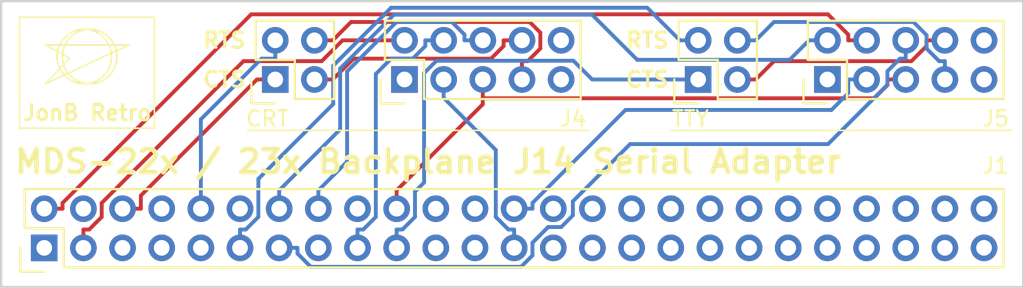
<source format=kicad_pcb>
(kicad_pcb (version 20171130) (host pcbnew "(5.0.0)")

  (general
    (thickness 1.6)
    (drawings 22)
    (tracks 135)
    (zones 0)
    (modules 5)
    (nets 61)
  )

  (page A4)
  (layers
    (0 F.Cu signal)
    (31 B.Cu signal)
    (32 B.Adhes user)
    (33 F.Adhes user)
    (34 B.Paste user)
    (35 F.Paste user)
    (36 B.SilkS user)
    (37 F.SilkS user)
    (38 B.Mask user)
    (39 F.Mask user)
    (40 Dwgs.User user)
    (41 Cmts.User user)
    (42 Eco1.User user)
    (43 Eco2.User user)
    (44 Edge.Cuts user)
    (45 Margin user)
    (46 B.CrtYd user)
    (47 F.CrtYd user)
    (48 B.Fab user)
    (49 F.Fab user)
  )

  (setup
    (last_trace_width 0.25)
    (trace_clearance 0.2)
    (zone_clearance 0.508)
    (zone_45_only no)
    (trace_min 0.2)
    (segment_width 0.1)
    (edge_width 0.1)
    (via_size 0.6)
    (via_drill 0.4)
    (via_min_size 0.4)
    (via_min_drill 0.3)
    (uvia_size 0.3)
    (uvia_drill 0.1)
    (uvias_allowed no)
    (uvia_min_size 0.2)
    (uvia_min_drill 0.1)
    (pcb_text_width 0.3)
    (pcb_text_size 1.5 1.5)
    (mod_edge_width 0.15)
    (mod_text_size 1 1)
    (mod_text_width 0.15)
    (pad_size 1.5 1.5)
    (pad_drill 0.6)
    (pad_to_mask_clearance 0)
    (aux_axis_origin 0 0)
    (visible_elements 7FFFF7FF)
    (pcbplotparams
      (layerselection 0x00030_80000001)
      (usegerberextensions false)
      (usegerberattributes false)
      (usegerberadvancedattributes false)
      (creategerberjobfile false)
      (excludeedgelayer true)
      (linewidth 0.100000)
      (plotframeref false)
      (viasonmask false)
      (mode 1)
      (useauxorigin false)
      (hpglpennumber 1)
      (hpglpenspeed 20)
      (hpglpendiameter 15.000000)
      (psnegative false)
      (psa4output false)
      (plotreference true)
      (plotvalue true)
      (plotinvisibletext false)
      (padsonsilk false)
      (subtractmaskfromsilk false)
      (outputformat 1)
      (mirror false)
      (drillshape 1)
      (scaleselection 1)
      (outputdirectory ""))
  )

  (net 0 "")
  (net 1 "Net-(J1-Pad1)")
  (net 2 "Net-(J1-Pad4)")
  (net 3 "Net-(J1-Pad5)")
  (net 4 "Net-(J1-Pad7)")
  (net 5 "Net-(J1-Pad8)")
  (net 6 "Net-(J1-Pad9)")
  (net 7 "Net-(J1-Pad12)")
  (net 8 "Net-(J1-Pad15)")
  (net 9 "Net-(J1-Pad18)")
  (net 10 "Net-(J1-Pad24)")
  (net 11 "Net-(J1-Pad28)")
  (net 12 "Net-(J1-Pad29)")
  (net 13 "Net-(J1-Pad31)")
  (net 14 "Net-(J1-Pad32)")
  (net 15 "Net-(J1-Pad34)")
  (net 16 "Net-(J1-Pad38)")
  (net 17 "Net-(J1-Pad39)")
  (net 18 "Net-(J1-Pad40)")
  (net 19 "Net-(J1-Pad41)")
  (net 20 "Net-(J1-Pad44)")
  (net 21 "Net-(J1-Pad45)")
  (net 22 "Net-(J1-Pad46)")
  (net 23 "Net-(J1-Pad47)")
  (net 24 "Net-(J4-Pad1)")
  (net 25 "Net-(J4-Pad9)")
  (net 26 "Net-(J4-Pad10)")
  (net 27 "Net-(J5-Pad10)")
  (net 28 "Net-(J5-Pad9)")
  (net 29 "Net-(J5-Pad1)")
  (net 30 GND)
  (net 31 /CTS)
  (net 32 /RTS)
  (net 33 /TxD)
  (net 34 /DTR)
  (net 35 /DSR)
  (net 36 /RxD)
  (net 37 /_CRTCTS)
  (net 38 /_CRTRTS)
  (net 39 /CRT_RTS)
  (net 40 /CRT_TxD)
  (net 41 /CRT_DTR)
  (net 42 /CRT_DSR)
  (net 43 /_CTS)
  (net 44 /_RTS)
  (net 45 /CRT_RxD)
  (net 46 /CRT_CTS)
  (net 47 "Net-(J1-Pad21)")
  (net 48 "Net-(J1-Pad22)")
  (net 49 "Net-(J1-Pad23)")
  (net 50 "Net-(J1-Pad27)")
  (net 51 "Net-(J1-Pad30)")
  (net 52 "Net-(J1-Pad33)")
  (net 53 "Net-(J1-Pad35)")
  (net 54 "Net-(J1-Pad36)")
  (net 55 "Net-(J1-Pad37)")
  (net 56 "Net-(J1-Pad42)")
  (net 57 "Net-(J1-Pad43)")
  (net 58 "Net-(J1-Pad48)")
  (net 59 "Net-(J1-Pad49)")
  (net 60 "Net-(J1-Pad50)")

  (net_class Default "This is the default net class."
    (clearance 0.2)
    (trace_width 0.25)
    (via_dia 0.6)
    (via_drill 0.4)
    (uvia_dia 0.3)
    (uvia_drill 0.1)
    (add_net /CRT_CTS)
    (add_net /CRT_DSR)
    (add_net /CRT_DTR)
    (add_net /CRT_RTS)
    (add_net /CRT_RxD)
    (add_net /CRT_TxD)
    (add_net /CTS)
    (add_net /DSR)
    (add_net /DTR)
    (add_net /RTS)
    (add_net /RxD)
    (add_net /TxD)
    (add_net /_CRTCTS)
    (add_net /_CRTRTS)
    (add_net /_CTS)
    (add_net /_RTS)
    (add_net GND)
    (add_net "Net-(J1-Pad1)")
    (add_net "Net-(J1-Pad12)")
    (add_net "Net-(J1-Pad15)")
    (add_net "Net-(J1-Pad18)")
    (add_net "Net-(J1-Pad21)")
    (add_net "Net-(J1-Pad22)")
    (add_net "Net-(J1-Pad23)")
    (add_net "Net-(J1-Pad24)")
    (add_net "Net-(J1-Pad27)")
    (add_net "Net-(J1-Pad28)")
    (add_net "Net-(J1-Pad29)")
    (add_net "Net-(J1-Pad30)")
    (add_net "Net-(J1-Pad31)")
    (add_net "Net-(J1-Pad32)")
    (add_net "Net-(J1-Pad33)")
    (add_net "Net-(J1-Pad34)")
    (add_net "Net-(J1-Pad35)")
    (add_net "Net-(J1-Pad36)")
    (add_net "Net-(J1-Pad37)")
    (add_net "Net-(J1-Pad38)")
    (add_net "Net-(J1-Pad39)")
    (add_net "Net-(J1-Pad4)")
    (add_net "Net-(J1-Pad40)")
    (add_net "Net-(J1-Pad41)")
    (add_net "Net-(J1-Pad42)")
    (add_net "Net-(J1-Pad43)")
    (add_net "Net-(J1-Pad44)")
    (add_net "Net-(J1-Pad45)")
    (add_net "Net-(J1-Pad46)")
    (add_net "Net-(J1-Pad47)")
    (add_net "Net-(J1-Pad48)")
    (add_net "Net-(J1-Pad49)")
    (add_net "Net-(J1-Pad5)")
    (add_net "Net-(J1-Pad50)")
    (add_net "Net-(J1-Pad7)")
    (add_net "Net-(J1-Pad8)")
    (add_net "Net-(J1-Pad9)")
    (add_net "Net-(J4-Pad1)")
    (add_net "Net-(J4-Pad10)")
    (add_net "Net-(J4-Pad9)")
    (add_net "Net-(J5-Pad1)")
    (add_net "Net-(J5-Pad10)")
    (add_net "Net-(J5-Pad9)")
  )

  (net_class HiPower ""
    (clearance 0.2)
    (trace_width 0.6)
    (via_dia 1)
    (via_drill 0.8)
    (uvia_dia 0.4)
    (uvia_drill 0.2)
  )

  (net_class Power ""
    (clearance 0.2)
    (trace_width 0.4)
    (via_dia 0.8)
    (via_drill 0.4)
    (uvia_dia 0.4)
    (uvia_drill 0.2)
  )

  (module Pin_Headers:Pin_Header_Straight_2x02 (layer F.Cu) (tedit 5BB5C990) (tstamp 5BB5C9E3)
    (at 62.992 85.09 90)
    (descr "Through hole pin header")
    (tags "pin header")
    (path /5BBB8D89)
    (fp_text reference J2 (at -2.673924 -1.040434 180) (layer F.Fab)
      (effects (font (size 1 1) (thickness 0.15)))
    )
    (fp_text value Loopback (at -2.6739 3.531566 180) (layer F.Fab)
      (effects (font (size 1 1) (thickness 0.15)))
    )
    (fp_line (start -1.75 -1.75) (end -1.75 4.3) (layer F.CrtYd) (width 0.05))
    (fp_line (start 4.3 -1.75) (end 4.3 4.3) (layer F.CrtYd) (width 0.05))
    (fp_line (start -1.75 -1.75) (end 4.3 -1.75) (layer F.CrtYd) (width 0.05))
    (fp_line (start -1.75 4.3) (end 4.3 4.3) (layer F.CrtYd) (width 0.05))
    (fp_line (start -1.55 0) (end -1.55 -1.55) (layer F.SilkS) (width 0.15))
    (fp_line (start 0 -1.55) (end -1.55 -1.55) (layer F.SilkS) (width 0.15))
    (fp_line (start -1.27 1.27) (end 1.27 1.27) (layer F.SilkS) (width 0.15))
    (fp_line (start 1.27 1.27) (end 1.27 -1.27) (layer F.SilkS) (width 0.15))
    (fp_line (start 1.27 -1.27) (end 3.81 -1.27) (layer F.SilkS) (width 0.15))
    (fp_line (start 3.81 -1.27) (end 3.81 3.81) (layer F.SilkS) (width 0.15))
    (fp_line (start 3.81 3.81) (end -1.27 3.81) (layer F.SilkS) (width 0.15))
    (fp_line (start -1.27 3.81) (end -1.27 1.27) (layer F.SilkS) (width 0.15))
    (pad 1 thru_hole rect (at 0 0 90) (size 1.7272 1.7272) (drill 1.016) (layers *.Cu *.Mask)
      (net 37 /_CRTCTS))
    (pad 2 thru_hole oval (at 2.54 0 90) (size 1.7272 1.7272) (drill 1.016) (layers *.Cu *.Mask)
      (net 38 /_CRTRTS))
    (pad 3 thru_hole oval (at 0 2.54 90) (size 1.7272 1.7272) (drill 1.016) (layers *.Cu *.Mask)
      (net 46 /CRT_CTS))
    (pad 4 thru_hole oval (at 2.54 2.54 90) (size 1.7272 1.7272) (drill 1.016) (layers *.Cu *.Mask)
      (net 39 /CRT_RTS))
    (model Pin_Headers.3dshapes/Pin_Header_Straight_2x02.wrl
      (offset (xyz 1.269999980926514 -1.269999980926514 0))
      (scale (xyz 1 1 1))
      (rotate (xyz 0 0 90))
    )
  )

  (module Pin_Headers:Pin_Header_Straight_2x02 (layer F.Cu) (tedit 5BB5C998) (tstamp 5BB90516)
    (at 90.424 85.09 90)
    (descr "Through hole pin header")
    (tags "pin header")
    (path /5BBB8DBB)
    (fp_text reference J3 (at -2.927924 -1.040434 180) (layer F.Fab)
      (effects (font (size 1 1) (thickness 0.15)))
    )
    (fp_text value Loopback (at -2.9279 3.7886 180) (layer F.Fab)
      (effects (font (size 1 1) (thickness 0.15)))
    )
    (fp_line (start -1.27 3.81) (end -1.27 1.27) (layer F.SilkS) (width 0.15))
    (fp_line (start 3.81 3.81) (end -1.27 3.81) (layer F.SilkS) (width 0.15))
    (fp_line (start 3.81 -1.27) (end 3.81 3.81) (layer F.SilkS) (width 0.15))
    (fp_line (start 1.27 -1.27) (end 3.81 -1.27) (layer F.SilkS) (width 0.15))
    (fp_line (start 1.27 1.27) (end 1.27 -1.27) (layer F.SilkS) (width 0.15))
    (fp_line (start -1.27 1.27) (end 1.27 1.27) (layer F.SilkS) (width 0.15))
    (fp_line (start 0 -1.55) (end -1.55 -1.55) (layer F.SilkS) (width 0.15))
    (fp_line (start -1.55 0) (end -1.55 -1.55) (layer F.SilkS) (width 0.15))
    (fp_line (start -1.75 4.3) (end 4.3 4.3) (layer F.CrtYd) (width 0.05))
    (fp_line (start -1.75 -1.75) (end 4.3 -1.75) (layer F.CrtYd) (width 0.05))
    (fp_line (start 4.3 -1.75) (end 4.3 4.3) (layer F.CrtYd) (width 0.05))
    (fp_line (start -1.75 -1.75) (end -1.75 4.3) (layer F.CrtYd) (width 0.05))
    (pad 4 thru_hole oval (at 2.54 2.54 90) (size 1.7272 1.7272) (drill 1.016) (layers *.Cu *.Mask)
      (net 32 /RTS))
    (pad 3 thru_hole oval (at 0 2.54 90) (size 1.7272 1.7272) (drill 1.016) (layers *.Cu *.Mask)
      (net 31 /CTS))
    (pad 2 thru_hole oval (at 2.54 0 90) (size 1.7272 1.7272) (drill 1.016) (layers *.Cu *.Mask)
      (net 44 /_RTS))
    (pad 1 thru_hole rect (at 0 0 90) (size 1.7272 1.7272) (drill 1.016) (layers *.Cu *.Mask)
      (net 43 /_CTS))
    (model Pin_Headers.3dshapes/Pin_Header_Straight_2x02.wrl
      (offset (xyz 1.269999980926514 -1.269999980926514 0))
      (scale (xyz 1 1 1))
      (rotate (xyz 0 0 90))
    )
  )

  (module Pin_Headers:Pin_Header_Straight_2x05 (layer F.Cu) (tedit 5BB5BADB) (tstamp 5BB90530)
    (at 71.374 85.09 90)
    (descr "Through hole pin header")
    (tags "pin header")
    (path /5BBB80EE)
    (fp_text reference J4 (at -2.54 10.922 180) (layer F.SilkS)
      (effects (font (size 1 1) (thickness 0.15)))
    )
    (fp_text value CRT (at -2.54 -8.89 180) (layer F.SilkS)
      (effects (font (size 1 1) (thickness 0.15)))
    )
    (fp_line (start -1.75 -1.75) (end -1.75 11.95) (layer F.CrtYd) (width 0.05))
    (fp_line (start 4.3 -1.75) (end 4.3 11.95) (layer F.CrtYd) (width 0.05))
    (fp_line (start -1.75 -1.75) (end 4.3 -1.75) (layer F.CrtYd) (width 0.05))
    (fp_line (start -1.75 11.95) (end 4.3 11.95) (layer F.CrtYd) (width 0.05))
    (fp_line (start 3.81 -1.27) (end 3.81 11.43) (layer F.SilkS) (width 0.15))
    (fp_line (start 3.81 11.43) (end -1.27 11.43) (layer F.SilkS) (width 0.15))
    (fp_line (start -1.27 11.43) (end -1.27 1.27) (layer F.SilkS) (width 0.15))
    (fp_line (start 3.81 -1.27) (end 1.27 -1.27) (layer F.SilkS) (width 0.15))
    (fp_line (start 0 -1.55) (end -1.55 -1.55) (layer F.SilkS) (width 0.15))
    (fp_line (start 1.27 -1.27) (end 1.27 1.27) (layer F.SilkS) (width 0.15))
    (fp_line (start 1.27 1.27) (end -1.27 1.27) (layer F.SilkS) (width 0.15))
    (fp_line (start -1.55 -1.55) (end -1.55 0) (layer F.SilkS) (width 0.15))
    (pad 1 thru_hole rect (at 0 0 90) (size 1.7272 1.7272) (drill 1.016) (layers *.Cu *.Mask)
      (net 24 "Net-(J4-Pad1)"))
    (pad 2 thru_hole oval (at 2.54 0 90) (size 1.7272 1.7272) (drill 1.016) (layers *.Cu *.Mask)
      (net 45 /CRT_RxD))
    (pad 3 thru_hole oval (at 0 2.54 90) (size 1.7272 1.7272) (drill 1.016) (layers *.Cu *.Mask)
      (net 40 /CRT_TxD))
    (pad 4 thru_hole oval (at 2.54 2.54 90) (size 1.7272 1.7272) (drill 1.016) (layers *.Cu *.Mask)
      (net 41 /CRT_DTR))
    (pad 5 thru_hole oval (at 0 5.08 90) (size 1.7272 1.7272) (drill 1.016) (layers *.Cu *.Mask)
      (net 30 GND))
    (pad 6 thru_hole oval (at 2.54 5.08 90) (size 1.7272 1.7272) (drill 1.016) (layers *.Cu *.Mask)
      (net 42 /CRT_DSR))
    (pad 7 thru_hole oval (at 0 7.62 90) (size 1.7272 1.7272) (drill 1.016) (layers *.Cu *.Mask)
      (net 39 /CRT_RTS))
    (pad 8 thru_hole oval (at 2.54 7.62 90) (size 1.7272 1.7272) (drill 1.016) (layers *.Cu *.Mask)
      (net 46 /CRT_CTS))
    (pad 9 thru_hole oval (at 0 10.16 90) (size 1.7272 1.7272) (drill 1.016) (layers *.Cu *.Mask)
      (net 25 "Net-(J4-Pad9)"))
    (pad 10 thru_hole oval (at 2.54 10.16 90) (size 1.7272 1.7272) (drill 1.016) (layers *.Cu *.Mask)
      (net 26 "Net-(J4-Pad10)"))
    (model Pin_Headers.3dshapes/Pin_Header_Straight_2x05.wrl
      (offset (xyz 1.269999980926514 -5.079999923706055 0))
      (scale (xyz 1 1 1))
      (rotate (xyz 0 0 90))
    )
  )

  (module Pin_Headers:Pin_Header_Straight_2x05 (layer F.Cu) (tedit 5BB5BACC) (tstamp 5BB9054A)
    (at 98.806 85.09 90)
    (descr "Through hole pin header")
    (tags "pin header")
    (path /5BBB8167)
    (fp_text reference J5 (at -2.54 10.922 180) (layer F.SilkS)
      (effects (font (size 1 1) (thickness 0.15)))
    )
    (fp_text value TTY (at -2.54 -8.89 180) (layer F.SilkS)
      (effects (font (size 1 1) (thickness 0.15)))
    )
    (fp_line (start -1.55 -1.55) (end -1.55 0) (layer F.SilkS) (width 0.15))
    (fp_line (start 1.27 1.27) (end -1.27 1.27) (layer F.SilkS) (width 0.15))
    (fp_line (start 1.27 -1.27) (end 1.27 1.27) (layer F.SilkS) (width 0.15))
    (fp_line (start 0 -1.55) (end -1.55 -1.55) (layer F.SilkS) (width 0.15))
    (fp_line (start 3.81 -1.27) (end 1.27 -1.27) (layer F.SilkS) (width 0.15))
    (fp_line (start -1.27 11.43) (end -1.27 1.27) (layer F.SilkS) (width 0.15))
    (fp_line (start 3.81 11.43) (end -1.27 11.43) (layer F.SilkS) (width 0.15))
    (fp_line (start 3.81 -1.27) (end 3.81 11.43) (layer F.SilkS) (width 0.15))
    (fp_line (start -1.75 11.95) (end 4.3 11.95) (layer F.CrtYd) (width 0.05))
    (fp_line (start -1.75 -1.75) (end 4.3 -1.75) (layer F.CrtYd) (width 0.05))
    (fp_line (start 4.3 -1.75) (end 4.3 11.95) (layer F.CrtYd) (width 0.05))
    (fp_line (start -1.75 -1.75) (end -1.75 11.95) (layer F.CrtYd) (width 0.05))
    (pad 10 thru_hole oval (at 2.54 10.16 90) (size 1.7272 1.7272) (drill 1.016) (layers *.Cu *.Mask)
      (net 27 "Net-(J5-Pad10)"))
    (pad 9 thru_hole oval (at 0 10.16 90) (size 1.7272 1.7272) (drill 1.016) (layers *.Cu *.Mask)
      (net 28 "Net-(J5-Pad9)"))
    (pad 8 thru_hole oval (at 2.54 7.62 90) (size 1.7272 1.7272) (drill 1.016) (layers *.Cu *.Mask)
      (net 31 /CTS))
    (pad 7 thru_hole oval (at 0 7.62 90) (size 1.7272 1.7272) (drill 1.016) (layers *.Cu *.Mask)
      (net 32 /RTS))
    (pad 6 thru_hole oval (at 2.54 5.08 90) (size 1.7272 1.7272) (drill 1.016) (layers *.Cu *.Mask)
      (net 35 /DSR))
    (pad 5 thru_hole oval (at 0 5.08 90) (size 1.7272 1.7272) (drill 1.016) (layers *.Cu *.Mask)
      (net 30 GND))
    (pad 4 thru_hole oval (at 2.54 2.54 90) (size 1.7272 1.7272) (drill 1.016) (layers *.Cu *.Mask)
      (net 34 /DTR))
    (pad 3 thru_hole oval (at 0 2.54 90) (size 1.7272 1.7272) (drill 1.016) (layers *.Cu *.Mask)
      (net 33 /TxD))
    (pad 2 thru_hole oval (at 2.54 0 90) (size 1.7272 1.7272) (drill 1.016) (layers *.Cu *.Mask)
      (net 36 /RxD))
    (pad 1 thru_hole rect (at 0 0 90) (size 1.7272 1.7272) (drill 1.016) (layers *.Cu *.Mask)
      (net 29 "Net-(J5-Pad1)"))
    (model Pin_Headers.3dshapes/Pin_Header_Straight_2x05.wrl
      (offset (xyz 1.269999980926514 -5.079999923706055 0))
      (scale (xyz 1 1 1))
      (rotate (xyz 0 0 90))
    )
  )

  (module Pin_Headers:Pin_Header_Straight_2x25 (layer F.Cu) (tedit 0) (tstamp 5BBAB3D0)
    (at 48.006 96.012 90)
    (descr "Through hole pin header")
    (tags "pin header")
    (path /5BB7BE70)
    (fp_text reference J1 (at 5.334 61.722 180) (layer F.SilkS)
      (effects (font (size 1 1) (thickness 0.15)))
    )
    (fp_text value "Backplane J14" (at 6.858 56.896 180) (layer F.Fab)
      (effects (font (size 1 1) (thickness 0.15)))
    )
    (fp_line (start -1.75 -1.75) (end -1.75 62.75) (layer F.CrtYd) (width 0.05))
    (fp_line (start 4.3 -1.75) (end 4.3 62.75) (layer F.CrtYd) (width 0.05))
    (fp_line (start -1.75 -1.75) (end 4.3 -1.75) (layer F.CrtYd) (width 0.05))
    (fp_line (start -1.75 62.75) (end 4.3 62.75) (layer F.CrtYd) (width 0.05))
    (fp_line (start -1.27 1.27) (end -1.27 62.23) (layer F.SilkS) (width 0.15))
    (fp_line (start 3.81 62.23) (end 3.81 -1.27) (layer F.SilkS) (width 0.15))
    (fp_line (start 3.81 62.23) (end -1.27 62.23) (layer F.SilkS) (width 0.15))
    (fp_line (start 3.81 -1.27) (end 1.27 -1.27) (layer F.SilkS) (width 0.15))
    (fp_line (start 0 -1.55) (end -1.55 -1.55) (layer F.SilkS) (width 0.15))
    (fp_line (start 1.27 -1.27) (end 1.27 1.27) (layer F.SilkS) (width 0.15))
    (fp_line (start 1.27 1.27) (end -1.27 1.27) (layer F.SilkS) (width 0.15))
    (fp_line (start -1.55 -1.55) (end -1.55 0) (layer F.SilkS) (width 0.15))
    (pad 1 thru_hole rect (at 0 0 90) (size 1.7272 1.7272) (drill 1.016) (layers *.Cu *.Mask)
      (net 1 "Net-(J1-Pad1)"))
    (pad 2 thru_hole oval (at 2.54 0 90) (size 1.7272 1.7272) (drill 1.016) (layers *.Cu *.Mask)
      (net 34 /DTR))
    (pad 3 thru_hole oval (at 0 2.54 90) (size 1.7272 1.7272) (drill 1.016) (layers *.Cu *.Mask)
      (net 45 /CRT_RxD))
    (pad 4 thru_hole oval (at 2.54 2.54 90) (size 1.7272 1.7272) (drill 1.016) (layers *.Cu *.Mask)
      (net 2 "Net-(J1-Pad4)"))
    (pad 5 thru_hole oval (at 0 5.08 90) (size 1.7272 1.7272) (drill 1.016) (layers *.Cu *.Mask)
      (net 3 "Net-(J1-Pad5)"))
    (pad 6 thru_hole oval (at 2.54 5.08 90) (size 1.7272 1.7272) (drill 1.016) (layers *.Cu *.Mask)
      (net 37 /_CRTCTS))
    (pad 7 thru_hole oval (at 0 7.62 90) (size 1.7272 1.7272) (drill 1.016) (layers *.Cu *.Mask)
      (net 4 "Net-(J1-Pad7)"))
    (pad 8 thru_hole oval (at 2.54 7.62 90) (size 1.7272 1.7272) (drill 1.016) (layers *.Cu *.Mask)
      (net 5 "Net-(J1-Pad8)"))
    (pad 9 thru_hole oval (at 0 10.16 90) (size 1.7272 1.7272) (drill 1.016) (layers *.Cu *.Mask)
      (net 6 "Net-(J1-Pad9)"))
    (pad 10 thru_hole oval (at 2.54 10.16 90) (size 1.7272 1.7272) (drill 1.016) (layers *.Cu *.Mask)
      (net 38 /_CRTRTS))
    (pad 11 thru_hole oval (at 0 12.7 90) (size 1.7272 1.7272) (drill 1.016) (layers *.Cu *.Mask)
      (net 44 /_RTS))
    (pad 12 thru_hole oval (at 2.54 12.7 90) (size 1.7272 1.7272) (drill 1.016) (layers *.Cu *.Mask)
      (net 7 "Net-(J1-Pad12)"))
    (pad 13 thru_hole oval (at 0 15.24 90) (size 1.7272 1.7272) (drill 1.016) (layers *.Cu *.Mask)
      (net 35 /DSR))
    (pad 14 thru_hole oval (at 2.54 15.24 90) (size 1.7272 1.7272) (drill 1.016) (layers *.Cu *.Mask)
      (net 36 /RxD))
    (pad 15 thru_hole oval (at 0 17.78 90) (size 1.7272 1.7272) (drill 1.016) (layers *.Cu *.Mask)
      (net 8 "Net-(J1-Pad15)"))
    (pad 16 thru_hole oval (at 2.54 17.78 90) (size 1.7272 1.7272) (drill 1.016) (layers *.Cu *.Mask)
      (net 42 /CRT_DSR))
    (pad 17 thru_hole oval (at 0 20.32 90) (size 1.7272 1.7272) (drill 1.016) (layers *.Cu *.Mask)
      (net 41 /CRT_DTR))
    (pad 18 thru_hole oval (at 2.54 20.32 90) (size 1.7272 1.7272) (drill 1.016) (layers *.Cu *.Mask)
      (net 9 "Net-(J1-Pad18)"))
    (pad 19 thru_hole oval (at 0 22.86 90) (size 1.7272 1.7272) (drill 1.016) (layers *.Cu *.Mask)
      (net 43 /_CTS))
    (pad 20 thru_hole oval (at 2.54 22.86 90) (size 1.7272 1.7272) (drill 1.016) (layers *.Cu *.Mask)
      (net 30 GND))
    (pad 21 thru_hole oval (at 0 25.4 90) (size 1.7272 1.7272) (drill 1.016) (layers *.Cu *.Mask)
      (net 47 "Net-(J1-Pad21)"))
    (pad 22 thru_hole oval (at 2.54 25.4 90) (size 1.7272 1.7272) (drill 1.016) (layers *.Cu *.Mask)
      (net 48 "Net-(J1-Pad22)"))
    (pad 23 thru_hole oval (at 0 27.94 90) (size 1.7272 1.7272) (drill 1.016) (layers *.Cu *.Mask)
      (net 49 "Net-(J1-Pad23)"))
    (pad 24 thru_hole oval (at 2.54 27.94 90) (size 1.7272 1.7272) (drill 1.016) (layers *.Cu *.Mask)
      (net 10 "Net-(J1-Pad24)"))
    (pad 25 thru_hole oval (at 0 30.48 90) (size 1.7272 1.7272) (drill 1.016) (layers *.Cu *.Mask)
      (net 40 /CRT_TxD))
    (pad 26 thru_hole oval (at 2.54 30.48 90) (size 1.7272 1.7272) (drill 1.016) (layers *.Cu *.Mask)
      (net 33 /TxD))
    (pad 27 thru_hole oval (at 0 33.02 90) (size 1.7272 1.7272) (drill 1.016) (layers *.Cu *.Mask)
      (net 50 "Net-(J1-Pad27)"))
    (pad 28 thru_hole oval (at 2.54 33.02 90) (size 1.7272 1.7272) (drill 1.016) (layers *.Cu *.Mask)
      (net 11 "Net-(J1-Pad28)"))
    (pad 29 thru_hole oval (at 0 35.56 90) (size 1.7272 1.7272) (drill 1.016) (layers *.Cu *.Mask)
      (net 12 "Net-(J1-Pad29)"))
    (pad 30 thru_hole oval (at 2.54 35.56 90) (size 1.7272 1.7272) (drill 1.016) (layers *.Cu *.Mask)
      (net 51 "Net-(J1-Pad30)"))
    (pad 31 thru_hole oval (at 0 38.1 90) (size 1.7272 1.7272) (drill 1.016) (layers *.Cu *.Mask)
      (net 13 "Net-(J1-Pad31)"))
    (pad 32 thru_hole oval (at 2.54 38.1 90) (size 1.7272 1.7272) (drill 1.016) (layers *.Cu *.Mask)
      (net 14 "Net-(J1-Pad32)"))
    (pad 33 thru_hole oval (at 0 40.64 90) (size 1.7272 1.7272) (drill 1.016) (layers *.Cu *.Mask)
      (net 52 "Net-(J1-Pad33)"))
    (pad 34 thru_hole oval (at 2.54 40.64 90) (size 1.7272 1.7272) (drill 1.016) (layers *.Cu *.Mask)
      (net 15 "Net-(J1-Pad34)"))
    (pad 35 thru_hole oval (at 0 43.18 90) (size 1.7272 1.7272) (drill 1.016) (layers *.Cu *.Mask)
      (net 53 "Net-(J1-Pad35)"))
    (pad 36 thru_hole oval (at 2.54 43.18 90) (size 1.7272 1.7272) (drill 1.016) (layers *.Cu *.Mask)
      (net 54 "Net-(J1-Pad36)"))
    (pad 37 thru_hole oval (at 0 45.72 90) (size 1.7272 1.7272) (drill 1.016) (layers *.Cu *.Mask)
      (net 55 "Net-(J1-Pad37)"))
    (pad 38 thru_hole oval (at 2.54 45.72 90) (size 1.7272 1.7272) (drill 1.016) (layers *.Cu *.Mask)
      (net 16 "Net-(J1-Pad38)"))
    (pad 39 thru_hole oval (at 0 48.26 90) (size 1.7272 1.7272) (drill 1.016) (layers *.Cu *.Mask)
      (net 17 "Net-(J1-Pad39)"))
    (pad 40 thru_hole oval (at 2.54 48.26 90) (size 1.7272 1.7272) (drill 1.016) (layers *.Cu *.Mask)
      (net 18 "Net-(J1-Pad40)"))
    (pad 41 thru_hole oval (at 0 50.8 90) (size 1.7272 1.7272) (drill 1.016) (layers *.Cu *.Mask)
      (net 19 "Net-(J1-Pad41)"))
    (pad 42 thru_hole oval (at 2.54 50.8 90) (size 1.7272 1.7272) (drill 1.016) (layers *.Cu *.Mask)
      (net 56 "Net-(J1-Pad42)"))
    (pad 43 thru_hole oval (at 0 53.34 90) (size 1.7272 1.7272) (drill 1.016) (layers *.Cu *.Mask)
      (net 57 "Net-(J1-Pad43)"))
    (pad 44 thru_hole oval (at 2.54 53.34 90) (size 1.7272 1.7272) (drill 1.016) (layers *.Cu *.Mask)
      (net 20 "Net-(J1-Pad44)"))
    (pad 45 thru_hole oval (at 0 55.88 90) (size 1.7272 1.7272) (drill 1.016) (layers *.Cu *.Mask)
      (net 21 "Net-(J1-Pad45)"))
    (pad 46 thru_hole oval (at 2.54 55.88 90) (size 1.7272 1.7272) (drill 1.016) (layers *.Cu *.Mask)
      (net 22 "Net-(J1-Pad46)"))
    (pad 47 thru_hole oval (at 0 58.42 90) (size 1.7272 1.7272) (drill 1.016) (layers *.Cu *.Mask)
      (net 23 "Net-(J1-Pad47)"))
    (pad 48 thru_hole oval (at 2.54 58.42 90) (size 1.7272 1.7272) (drill 1.016) (layers *.Cu *.Mask)
      (net 58 "Net-(J1-Pad48)"))
    (pad 49 thru_hole oval (at 0 60.96 90) (size 1.7272 1.7272) (drill 1.016) (layers *.Cu *.Mask)
      (net 59 "Net-(J1-Pad49)"))
    (pad 50 thru_hole oval (at 2.54 60.96 90) (size 1.7272 1.7272) (drill 1.016) (layers *.Cu *.Mask)
      (net 60 "Net-(J1-Pad50)"))
    (model Pin_Headers.3dshapes/Pin_Header_Straight_2x25.wrl
      (offset (xyz 1.269999980926514 -30.47999954223633 0))
      (scale (xyz 1 1 1))
      (rotate (xyz 0 0 90))
    )
  )

  (gr_line (start 88.646 88.392) (end 110.744 88.392) (layer F.SilkS) (width 0.1) (tstamp 5BBABB42))
  (gr_line (start 61.214 88.392) (end 83.312 88.392) (layer F.SilkS) (width 0.1))
  (gr_text RTS (at 87.122 82.55) (layer F.SilkS) (tstamp 5BBABCD9)
    (effects (font (size 1 1) (thickness 0.2)))
  )
  (gr_text CTS (at 87.122 85.09) (layer F.SilkS) (tstamp 5BBABCD4)
    (effects (font (size 1 1) (thickness 0.2)))
  )
  (gr_text CTS (at 59.69 85.09) (layer F.SilkS) (tstamp 5BB5C708)
    (effects (font (size 1 1) (thickness 0.2)))
  )
  (gr_text RTS (at 59.69 82.55) (layer F.SilkS) (tstamp 5BBABCDE)
    (effects (font (size 1 1) (thickness 0.2)))
  )
  (gr_text "MDS-22x / 23x Backplane J14 Serial Adapter" (at 72.898 90.424) (layer F.SilkS) (tstamp 5BBAB333)
    (effects (font (size 1.5 1.5) (thickness 0.3)))
  )
  (gr_line (start 45.212 98.552) (end 111.506 98.552) (layer Edge.Cuts) (width 0.15))
  (gr_line (start 45.212 80.01) (end 45.212 98.552) (layer Edge.Cuts) (width 0.15))
  (gr_line (start 111.506 80.01) (end 45.212 80.01) (layer Edge.Cuts) (width 0.15))
  (gr_line (start 111.506 98.552) (end 111.506 80.01) (layer Edge.Cuts) (width 0.15))
  (gr_line (start 46.402 88.254) (end 55.152 88.254) (angle 90) (layer F.SilkS) (width 0.1))
  (gr_line (start 46.402 81.054) (end 46.402 88.254) (angle 90) (layer F.SilkS) (width 0.1))
  (gr_line (start 55.152 81.054) (end 46.402 81.054) (angle 90) (layer F.SilkS) (width 0.1))
  (gr_line (start 55.152 88.254) (end 55.152 81.054) (angle 90) (layer F.SilkS) (width 0.1))
  (gr_text "JonB Retro" (at 50.802 87.254) (layer F.SilkS)
    (effects (font (size 1 1) (thickness 0.2)))
  )
  (gr_line (start 49.652 83.704) (end 48.102 85.354) (angle 90) (layer F.SilkS) (width 0.1))
  (gr_line (start 48.102 82.854) (end 49.652 83.704) (angle 90) (layer F.SilkS) (width 0.1))
  (gr_line (start 48.102 85.354) (end 53.502 82.854) (angle 90) (layer F.SilkS) (width 0.1))
  (gr_line (start 48.102 82.854) (end 53.502 82.854) (angle 90) (layer F.SilkS) (width 0.1))
  (gr_circle (center 50.952 83.604) (end 52.202 84.854) (layer F.SilkS) (width 0.1) (tstamp 58A07AD6))
  (gr_circle (center 50.602 83.604) (end 51.852 84.854) (layer F.SilkS) (width 0.1))

  (segment (start 76.454 86.3096) (end 76.454 85.09) (width 0.25) (layer F.Cu) (net 30))
  (segment (start 70.866 92.2831) (end 76.454 86.6951) (width 0.25) (layer F.Cu) (net 30))
  (segment (start 76.454 86.6951) (end 76.454 86.3096) (width 0.25) (layer F.Cu) (net 30))
  (segment (start 102.6971 85.09) (end 102.6971 85.4615) (width 0.25) (layer F.Cu) (net 30))
  (segment (start 102.6971 85.4615) (end 101.849 86.3096) (width 0.25) (layer F.Cu) (net 30))
  (segment (start 101.849 86.3096) (end 76.454 86.3096) (width 0.25) (layer F.Cu) (net 30))
  (segment (start 103.886 85.09) (end 102.6971 85.09) (width 0.25) (layer F.Cu) (net 30))
  (segment (start 70.866 93.472) (end 70.866 92.2831) (width 0.25) (layer F.Cu) (net 30))
  (segment (start 92.964 85.09) (end 94.1529 85.09) (width 0.25) (layer F.Cu) (net 31))
  (segment (start 106.426 82.55) (end 105.2371 82.55) (width 0.25) (layer F.Cu) (net 31))
  (segment (start 105.2371 82.55) (end 105.2371 82.9216) (width 0.25) (layer F.Cu) (net 31))
  (segment (start 105.2371 82.9216) (end 104.2576 83.9011) (width 0.25) (layer F.Cu) (net 31))
  (segment (start 104.2576 83.9011) (end 95.3418 83.9011) (width 0.25) (layer F.Cu) (net 31))
  (segment (start 95.3418 83.9011) (end 94.1529 85.09) (width 0.25) (layer F.Cu) (net 31))
  (segment (start 92.964 82.55) (end 94.1529 82.55) (width 0.25) (layer B.Cu) (net 32))
  (segment (start 106.426 85.09) (end 106.426 83.9011) (width 0.25) (layer B.Cu) (net 32))
  (segment (start 106.426 83.9011) (end 106.0544 83.9011) (width 0.25) (layer B.Cu) (net 32))
  (segment (start 106.0544 83.9011) (end 105.2371 83.0838) (width 0.25) (layer B.Cu) (net 32))
  (segment (start 105.2371 83.0838) (end 105.2371 82.2105) (width 0.25) (layer B.Cu) (net 32))
  (segment (start 105.2371 82.2105) (end 104.3877 81.3611) (width 0.25) (layer B.Cu) (net 32))
  (segment (start 104.3877 81.3611) (end 95.3418 81.3611) (width 0.25) (layer B.Cu) (net 32))
  (segment (start 95.3418 81.3611) (end 94.1529 82.55) (width 0.25) (layer B.Cu) (net 32))
  (segment (start 101.346 85.09) (end 100.1571 85.09) (width 0.25) (layer B.Cu) (net 33))
  (segment (start 78.486 93.472) (end 79.6749 93.472) (width 0.25) (layer B.Cu) (net 33))
  (segment (start 79.6749 93.472) (end 79.6749 93.1005) (width 0.25) (layer B.Cu) (net 33))
  (segment (start 79.6749 93.1005) (end 85.7095 87.0659) (width 0.25) (layer B.Cu) (net 33))
  (segment (start 85.7095 87.0659) (end 99.0729 87.0659) (width 0.25) (layer B.Cu) (net 33))
  (segment (start 99.0729 87.0659) (end 100.1571 85.9817) (width 0.25) (layer B.Cu) (net 33))
  (segment (start 100.1571 85.9817) (end 100.1571 85.09) (width 0.25) (layer B.Cu) (net 33))
  (segment (start 101.346 82.55) (end 100.1571 82.55) (width 0.25) (layer F.Cu) (net 34))
  (segment (start 48.006 93.472) (end 49.1949 93.472) (width 0.25) (layer F.Cu) (net 34))
  (segment (start 49.1949 93.472) (end 49.1949 93.1005) (width 0.25) (layer F.Cu) (net 34))
  (segment (start 49.1949 93.1005) (end 61.4326 80.8628) (width 0.25) (layer F.Cu) (net 34))
  (segment (start 61.4326 80.8628) (end 98.8414 80.8628) (width 0.25) (layer F.Cu) (net 34))
  (segment (start 98.8414 80.8628) (end 100.1571 82.1785) (width 0.25) (layer F.Cu) (net 34))
  (segment (start 100.1571 82.1785) (end 100.1571 82.55) (width 0.25) (layer F.Cu) (net 34))
  (segment (start 103.886 82.55) (end 103.886 83.7389) (width 0.25) (layer B.Cu) (net 35))
  (segment (start 63.246 96.012) (end 64.4349 96.012) (width 0.25) (layer B.Cu) (net 35))
  (segment (start 64.4349 96.012) (end 64.4349 96.3835) (width 0.25) (layer B.Cu) (net 35))
  (segment (start 64.4349 96.3835) (end 65.2941 97.2427) (width 0.25) (layer B.Cu) (net 35))
  (segment (start 65.2941 97.2427) (end 78.9367 97.2427) (width 0.25) (layer B.Cu) (net 35))
  (segment (start 78.9367 97.2427) (end 79.6749 96.5045) (width 0.25) (layer B.Cu) (net 35))
  (segment (start 79.6749 96.5045) (end 79.6749 95.6807) (width 0.25) (layer B.Cu) (net 35))
  (segment (start 79.6749 95.6807) (end 80.6946 94.661) (width 0.25) (layer B.Cu) (net 35))
  (segment (start 80.6946 94.661) (end 81.5403 94.661) (width 0.25) (layer B.Cu) (net 35))
  (segment (start 81.5403 94.661) (end 82.296 93.9053) (width 0.25) (layer B.Cu) (net 35))
  (segment (start 82.296 93.9053) (end 82.296 92.9928) (width 0.25) (layer B.Cu) (net 35))
  (segment (start 82.296 92.9928) (end 86.0078 89.281) (width 0.25) (layer B.Cu) (net 35))
  (segment (start 86.0078 89.281) (end 98.8475 89.281) (width 0.25) (layer B.Cu) (net 35))
  (segment (start 98.8475 89.281) (end 102.6971 85.4314) (width 0.25) (layer B.Cu) (net 35))
  (segment (start 102.6971 85.4314) (end 102.6971 84.5562) (width 0.25) (layer B.Cu) (net 35))
  (segment (start 102.6971 84.5562) (end 103.5144 83.7389) (width 0.25) (layer B.Cu) (net 35))
  (segment (start 103.5144 83.7389) (end 103.886 83.7389) (width 0.25) (layer B.Cu) (net 35))
  (segment (start 98.806 82.55) (end 97.6171 82.55) (width 0.25) (layer B.Cu) (net 36))
  (segment (start 97.6171 82.55) (end 96.3505 83.8166) (width 0.25) (layer B.Cu) (net 36))
  (segment (start 96.3505 83.8166) (end 86.4705 83.8166) (width 0.25) (layer B.Cu) (net 36))
  (segment (start 86.4705 83.8166) (end 83.5416 80.8877) (width 0.25) (layer B.Cu) (net 36))
  (segment (start 83.5416 80.8877) (end 70.692 80.8877) (width 0.25) (layer B.Cu) (net 36))
  (segment (start 70.692 80.8877) (end 67.2001 84.3796) (width 0.25) (layer B.Cu) (net 36))
  (segment (start 67.2001 84.3796) (end 67.2001 88.329) (width 0.25) (layer B.Cu) (net 36))
  (segment (start 67.2001 88.329) (end 63.246 92.2831) (width 0.25) (layer B.Cu) (net 36))
  (segment (start 63.246 93.472) (end 63.246 92.2831) (width 0.25) (layer B.Cu) (net 36))
  (segment (start 62.992 85.09) (end 61.8031 85.09) (width 0.25) (layer F.Cu) (net 37))
  (segment (start 53.086 93.472) (end 54.2749 93.472) (width 0.25) (layer F.Cu) (net 37))
  (segment (start 54.2749 93.472) (end 54.2749 92.6182) (width 0.25) (layer F.Cu) (net 37))
  (segment (start 54.2749 92.6182) (end 61.8031 85.09) (width 0.25) (layer F.Cu) (net 37))
  (segment (start 62.992 82.55) (end 62.992 83.7389) (width 0.25) (layer B.Cu) (net 38))
  (segment (start 58.166 93.472) (end 58.166 87.6732) (width 0.25) (layer B.Cu) (net 38))
  (segment (start 58.166 87.6732) (end 62.1003 83.7389) (width 0.25) (layer B.Cu) (net 38))
  (segment (start 62.1003 83.7389) (end 62.992 83.7389) (width 0.25) (layer B.Cu) (net 38))
  (segment (start 65.532 82.55) (end 66.7209 82.55) (width 0.25) (layer F.Cu) (net 39))
  (segment (start 78.994 85.09) (end 78.994 83.9011) (width 0.25) (layer F.Cu) (net 39))
  (segment (start 78.994 83.9011) (end 79.3655 83.9011) (width 0.25) (layer F.Cu) (net 39))
  (segment (start 79.3655 83.9011) (end 80.1846 83.082) (width 0.25) (layer F.Cu) (net 39))
  (segment (start 80.1846 83.082) (end 80.1846 82.05) (width 0.25) (layer F.Cu) (net 39))
  (segment (start 80.1846 82.05) (end 79.4957 81.3611) (width 0.25) (layer F.Cu) (net 39))
  (segment (start 79.4957 81.3611) (end 67.9098 81.3611) (width 0.25) (layer F.Cu) (net 39))
  (segment (start 67.9098 81.3611) (end 66.7209 82.55) (width 0.25) (layer F.Cu) (net 39))
  (segment (start 73.914 86.2789) (end 77.2971 89.662) (width 0.25) (layer B.Cu) (net 40))
  (segment (start 77.2971 89.662) (end 77.2971 94.0058) (width 0.25) (layer B.Cu) (net 40))
  (segment (start 77.2971 94.0058) (end 78.1144 94.8231) (width 0.25) (layer B.Cu) (net 40))
  (segment (start 78.1144 94.8231) (end 78.486 94.8231) (width 0.25) (layer B.Cu) (net 40))
  (segment (start 73.914 85.09) (end 73.914 86.2789) (width 0.25) (layer B.Cu) (net 40))
  (segment (start 78.486 96.012) (end 78.486 94.8231) (width 0.25) (layer B.Cu) (net 40))
  (segment (start 73.914 82.55) (end 72.7251 82.55) (width 0.25) (layer B.Cu) (net 41))
  (segment (start 68.326 96.012) (end 68.326 94.8231) (width 0.25) (layer B.Cu) (net 41))
  (segment (start 68.326 94.8231) (end 68.6976 94.8231) (width 0.25) (layer B.Cu) (net 41))
  (segment (start 68.6976 94.8231) (end 69.5149 94.0058) (width 0.25) (layer B.Cu) (net 41))
  (segment (start 69.5149 94.0058) (end 69.5149 84.7333) (width 0.25) (layer B.Cu) (net 41))
  (segment (start 69.5149 84.7333) (end 70.5093 83.7389) (width 0.25) (layer B.Cu) (net 41))
  (segment (start 70.5093 83.7389) (end 71.9078 83.7389) (width 0.25) (layer B.Cu) (net 41))
  (segment (start 71.9078 83.7389) (end 72.7251 82.9216) (width 0.25) (layer B.Cu) (net 41))
  (segment (start 72.7251 82.9216) (end 72.7251 82.55) (width 0.25) (layer B.Cu) (net 41))
  (segment (start 65.786 93.472) (end 65.786 92.2831) (width 0.25) (layer B.Cu) (net 42))
  (segment (start 76.454 82.55) (end 75.2651 82.55) (width 0.25) (layer B.Cu) (net 42))
  (segment (start 65.786 92.2831) (end 67.6505 90.4186) (width 0.25) (layer B.Cu) (net 42))
  (segment (start 67.6505 90.4186) (end 67.6505 84.5661) (width 0.25) (layer B.Cu) (net 42))
  (segment (start 67.6505 84.5661) (end 70.8555 81.3611) (width 0.25) (layer B.Cu) (net 42))
  (segment (start 70.8555 81.3611) (end 74.4478 81.3611) (width 0.25) (layer B.Cu) (net 42))
  (segment (start 74.4478 81.3611) (end 75.2651 82.1784) (width 0.25) (layer B.Cu) (net 42))
  (segment (start 75.2651 82.1784) (end 75.2651 82.55) (width 0.25) (layer B.Cu) (net 42))
  (segment (start 70.866 96.012) (end 70.866 94.8231) (width 0.25) (layer B.Cu) (net 43))
  (segment (start 70.866 94.8231) (end 71.2376 94.8231) (width 0.25) (layer B.Cu) (net 43))
  (segment (start 71.2376 94.8231) (end 72.0549 94.0058) (width 0.25) (layer B.Cu) (net 43))
  (segment (start 72.0549 94.0058) (end 72.0549 92.3641) (width 0.25) (layer B.Cu) (net 43))
  (segment (start 72.0549 92.3641) (end 72.644 91.775) (width 0.25) (layer B.Cu) (net 43))
  (segment (start 72.644 91.775) (end 72.644 84.6784) (width 0.25) (layer B.Cu) (net 43))
  (segment (start 72.644 84.6784) (end 73.4465 83.8759) (width 0.25) (layer B.Cu) (net 43))
  (segment (start 73.4465 83.8759) (end 82.3319 83.8759) (width 0.25) (layer B.Cu) (net 43))
  (segment (start 82.3319 83.8759) (end 83.546 85.09) (width 0.25) (layer B.Cu) (net 43))
  (segment (start 83.546 85.09) (end 90.424 85.09) (width 0.25) (layer B.Cu) (net 43))
  (segment (start 89.2351 82.55) (end 87.1225 80.4374) (width 0.25) (layer B.Cu) (net 44))
  (segment (start 87.1225 80.4374) (end 70.5054 80.4374) (width 0.25) (layer B.Cu) (net 44))
  (segment (start 70.5054 80.4374) (end 66.7498 84.193) (width 0.25) (layer B.Cu) (net 44))
  (segment (start 66.7498 84.193) (end 66.7498 86.6859) (width 0.25) (layer B.Cu) (net 44))
  (segment (start 66.7498 86.6859) (end 61.8949 91.5408) (width 0.25) (layer B.Cu) (net 44))
  (segment (start 61.8949 91.5408) (end 61.8949 94.0058) (width 0.25) (layer B.Cu) (net 44))
  (segment (start 61.8949 94.0058) (end 61.0776 94.8231) (width 0.25) (layer B.Cu) (net 44))
  (segment (start 61.0776 94.8231) (end 60.706 94.8231) (width 0.25) (layer B.Cu) (net 44))
  (segment (start 90.424 82.55) (end 89.2351 82.55) (width 0.25) (layer B.Cu) (net 44))
  (segment (start 60.706 96.012) (end 60.706 94.8231) (width 0.25) (layer B.Cu) (net 44))
  (segment (start 50.546 96.012) (end 50.546 94.8231) (width 0.25) (layer F.Cu) (net 45))
  (segment (start 50.546 94.8231) (end 50.9176 94.8231) (width 0.25) (layer F.Cu) (net 45))
  (segment (start 50.9176 94.8231) (end 51.7349 94.0058) (width 0.25) (layer F.Cu) (net 45))
  (segment (start 51.7349 94.0058) (end 51.7349 93.0987) (width 0.25) (layer F.Cu) (net 45))
  (segment (start 51.7349 93.0987) (end 60.9326 83.901) (width 0.25) (layer F.Cu) (net 45))
  (segment (start 60.9326 83.901) (end 66.0068 83.901) (width 0.25) (layer F.Cu) (net 45))
  (segment (start 66.0068 83.901) (end 67.3578 82.55) (width 0.25) (layer F.Cu) (net 45))
  (segment (start 67.3578 82.55) (end 71.374 82.55) (width 0.25) (layer F.Cu) (net 45))
  (segment (start 78.994 82.55) (end 77.8051 82.55) (width 0.25) (layer F.Cu) (net 46))
  (segment (start 65.532 85.09) (end 66.7209 85.09) (width 0.25) (layer F.Cu) (net 46))
  (segment (start 66.7209 85.09) (end 68.072 83.7389) (width 0.25) (layer F.Cu) (net 46))
  (segment (start 68.072 83.7389) (end 76.9878 83.7389) (width 0.25) (layer F.Cu) (net 46))
  (segment (start 76.9878 83.7389) (end 77.8051 82.9216) (width 0.25) (layer F.Cu) (net 46))
  (segment (start 77.8051 82.9216) (end 77.8051 82.55) (width 0.25) (layer F.Cu) (net 46))

)

</source>
